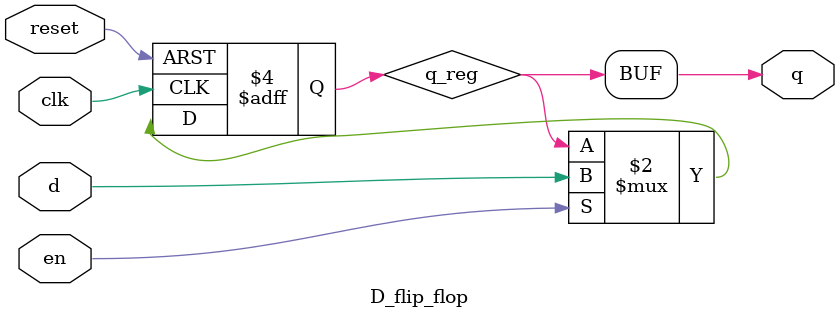
<source format=v>
`timescale 1ns / 1ps
module D_flip_flop (
    input  clk,
    input  reset,
    input  en,
    input  d,
    output q
);
  reg q_reg;  // 寄存器
  always @(posedge clk, posedge reset) begin
    if (reset) q_reg <= 1'b0;
    else if (en) q_reg <= d;
  end
  assign q = q_reg;
endmodule





</source>
